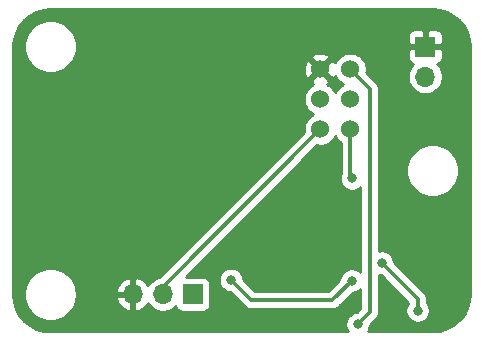
<source format=gbr>
G04 #@! TF.GenerationSoftware,KiCad,Pcbnew,(5.1.5-0)*
G04 #@! TF.CreationDate,2020-01-15T14:05:34-05:00*
G04 #@! TF.ProjectId,lever,6c657665-722e-46b6-9963-61645f706362,1.0*
G04 #@! TF.SameCoordinates,Original*
G04 #@! TF.FileFunction,Copper,L2,Bot*
G04 #@! TF.FilePolarity,Positive*
%FSLAX46Y46*%
G04 Gerber Fmt 4.6, Leading zero omitted, Abs format (unit mm)*
G04 Created by KiCad (PCBNEW (5.1.5-0)) date 2020-01-15 14:05:34*
%MOMM*%
%LPD*%
G04 APERTURE LIST*
%ADD10C,1.524000*%
%ADD11O,1.700000X1.700000*%
%ADD12R,1.700000X1.700000*%
%ADD13C,0.800000*%
%ADD14C,0.304800*%
%ADD15C,0.254000*%
G04 APERTURE END LIST*
D10*
X126365000Y-80645000D03*
X123825000Y-80645000D03*
X126365000Y-78105000D03*
X123825000Y-78105000D03*
X126365000Y-75565000D03*
X123825000Y-75565000D03*
D11*
X107950000Y-94615000D03*
X110490000Y-94615000D03*
D12*
X113030000Y-94615000D03*
D11*
X132715000Y-76200000D03*
D12*
X132715000Y-73660000D03*
D13*
X126516035Y-84811965D03*
X127000000Y-97155000D03*
X121602500Y-93916500D03*
X119888000Y-90424000D03*
X115316000Y-83820000D03*
X126492000Y-93472000D03*
X116268500Y-93408500D03*
X129032000Y-91948000D03*
X132080000Y-96012000D03*
D14*
X126365000Y-84660930D02*
X126516035Y-84811965D01*
X126365000Y-80645000D02*
X126365000Y-84660930D01*
X128016000Y-77216000D02*
X126365000Y-75565000D01*
X128016000Y-96139000D02*
X128016000Y-77216000D01*
X127000000Y-97155000D02*
X128016000Y-96139000D01*
X110490000Y-93980000D02*
X110490000Y-94615000D01*
X123825000Y-80645000D02*
X110490000Y-93980000D01*
X117983000Y-95123000D02*
X116268500Y-93408500D01*
X124841000Y-95123000D02*
X117983000Y-95123000D01*
X126492000Y-93472000D02*
X124841000Y-95123000D01*
X132080000Y-94996000D02*
X132080000Y-96012000D01*
X129032000Y-91948000D02*
X132080000Y-94996000D01*
D15*
G36*
X133961222Y-70573096D02*
G01*
X134549164Y-70750606D01*
X135091436Y-71038937D01*
X135567364Y-71427094D01*
X135958845Y-71900314D01*
X136250951Y-72440552D01*
X136432563Y-73027244D01*
X136500000Y-73668879D01*
X136500001Y-94582711D01*
X136436904Y-95226221D01*
X136259394Y-95814164D01*
X135971063Y-96356436D01*
X135582906Y-96832364D01*
X135109686Y-97223845D01*
X134569449Y-97515950D01*
X133982756Y-97697563D01*
X133341130Y-97765000D01*
X127837195Y-97765000D01*
X127917205Y-97645256D01*
X127995226Y-97456898D01*
X128035000Y-97256939D01*
X128035000Y-97233550D01*
X128545429Y-96723122D01*
X128575469Y-96698469D01*
X128653903Y-96602897D01*
X128673866Y-96578573D01*
X128746982Y-96441783D01*
X128764256Y-96384836D01*
X128792006Y-96293357D01*
X128803400Y-96177673D01*
X128803400Y-96177663D01*
X128807208Y-96139000D01*
X128803400Y-96100337D01*
X128803400Y-92957806D01*
X128930061Y-92983000D01*
X128953450Y-92983000D01*
X131292600Y-95322151D01*
X131292600Y-95335689D01*
X131276063Y-95352226D01*
X131162795Y-95521744D01*
X131084774Y-95710102D01*
X131045000Y-95910061D01*
X131045000Y-96113939D01*
X131084774Y-96313898D01*
X131162795Y-96502256D01*
X131276063Y-96671774D01*
X131420226Y-96815937D01*
X131589744Y-96929205D01*
X131778102Y-97007226D01*
X131978061Y-97047000D01*
X132181939Y-97047000D01*
X132381898Y-97007226D01*
X132570256Y-96929205D01*
X132739774Y-96815937D01*
X132883937Y-96671774D01*
X132997205Y-96502256D01*
X133075226Y-96313898D01*
X133115000Y-96113939D01*
X133115000Y-95910061D01*
X133075226Y-95710102D01*
X132997205Y-95521744D01*
X132883937Y-95352226D01*
X132867400Y-95335689D01*
X132867400Y-95034663D01*
X132871208Y-94996000D01*
X132867400Y-94957337D01*
X132867400Y-94957327D01*
X132856006Y-94841643D01*
X132810982Y-94693217D01*
X132786502Y-94647418D01*
X132737866Y-94556427D01*
X132687835Y-94495465D01*
X132639469Y-94436531D01*
X132609429Y-94411878D01*
X130067000Y-91869450D01*
X130067000Y-91846061D01*
X130027226Y-91646102D01*
X129949205Y-91457744D01*
X129835937Y-91288226D01*
X129691774Y-91144063D01*
X129522256Y-91030795D01*
X129333898Y-90952774D01*
X129133939Y-90913000D01*
X128930061Y-90913000D01*
X128803400Y-90938194D01*
X128803400Y-83917372D01*
X131115000Y-83917372D01*
X131115000Y-84357628D01*
X131200890Y-84789425D01*
X131369369Y-85196169D01*
X131613962Y-85562229D01*
X131925271Y-85873538D01*
X132291331Y-86118131D01*
X132698075Y-86286610D01*
X133129872Y-86372500D01*
X133570128Y-86372500D01*
X134001925Y-86286610D01*
X134408669Y-86118131D01*
X134774729Y-85873538D01*
X135086038Y-85562229D01*
X135330631Y-85196169D01*
X135499110Y-84789425D01*
X135585000Y-84357628D01*
X135585000Y-83917372D01*
X135499110Y-83485575D01*
X135330631Y-83078831D01*
X135086038Y-82712771D01*
X134774729Y-82401462D01*
X134408669Y-82156869D01*
X134001925Y-81988390D01*
X133570128Y-81902500D01*
X133129872Y-81902500D01*
X132698075Y-81988390D01*
X132291331Y-82156869D01*
X131925271Y-82401462D01*
X131613962Y-82712771D01*
X131369369Y-83078831D01*
X131200890Y-83485575D01*
X131115000Y-83917372D01*
X128803400Y-83917372D01*
X128803400Y-77254665D01*
X128807208Y-77216000D01*
X128803400Y-77177335D01*
X128803400Y-77177327D01*
X128792006Y-77061643D01*
X128746982Y-76913217D01*
X128673866Y-76776428D01*
X128617709Y-76708000D01*
X128600122Y-76686570D01*
X128600119Y-76686567D01*
X128575469Y-76656531D01*
X128545433Y-76631881D01*
X127737801Y-75824250D01*
X127762000Y-75702592D01*
X127762000Y-75427408D01*
X127708314Y-75157510D01*
X127603005Y-74903273D01*
X127450120Y-74674465D01*
X127285655Y-74510000D01*
X131226928Y-74510000D01*
X131239188Y-74634482D01*
X131275498Y-74754180D01*
X131334463Y-74864494D01*
X131413815Y-74961185D01*
X131510506Y-75040537D01*
X131620820Y-75099502D01*
X131693380Y-75121513D01*
X131561525Y-75253368D01*
X131399010Y-75496589D01*
X131287068Y-75766842D01*
X131230000Y-76053740D01*
X131230000Y-76346260D01*
X131287068Y-76633158D01*
X131399010Y-76903411D01*
X131561525Y-77146632D01*
X131768368Y-77353475D01*
X132011589Y-77515990D01*
X132281842Y-77627932D01*
X132568740Y-77685000D01*
X132861260Y-77685000D01*
X133148158Y-77627932D01*
X133418411Y-77515990D01*
X133661632Y-77353475D01*
X133868475Y-77146632D01*
X134030990Y-76903411D01*
X134142932Y-76633158D01*
X134200000Y-76346260D01*
X134200000Y-76053740D01*
X134142932Y-75766842D01*
X134030990Y-75496589D01*
X133868475Y-75253368D01*
X133736620Y-75121513D01*
X133809180Y-75099502D01*
X133919494Y-75040537D01*
X134016185Y-74961185D01*
X134095537Y-74864494D01*
X134154502Y-74754180D01*
X134190812Y-74634482D01*
X134203072Y-74510000D01*
X134200000Y-73945750D01*
X134041250Y-73787000D01*
X132842000Y-73787000D01*
X132842000Y-73807000D01*
X132588000Y-73807000D01*
X132588000Y-73787000D01*
X131388750Y-73787000D01*
X131230000Y-73945750D01*
X131226928Y-74510000D01*
X127285655Y-74510000D01*
X127255535Y-74479880D01*
X127026727Y-74326995D01*
X126772490Y-74221686D01*
X126502592Y-74168000D01*
X126227408Y-74168000D01*
X125957510Y-74221686D01*
X125703273Y-74326995D01*
X125474465Y-74479880D01*
X125279880Y-74674465D01*
X125126995Y-74903273D01*
X125097308Y-74974943D01*
X125092636Y-74961977D01*
X125030656Y-74846020D01*
X124790565Y-74779040D01*
X124004605Y-75565000D01*
X124790565Y-76350960D01*
X125030656Y-76283980D01*
X125094485Y-76148240D01*
X125126995Y-76226727D01*
X125279880Y-76455535D01*
X125474465Y-76650120D01*
X125703273Y-76803005D01*
X125780515Y-76835000D01*
X125703273Y-76866995D01*
X125474465Y-77019880D01*
X125279880Y-77214465D01*
X125126995Y-77443273D01*
X125095000Y-77520515D01*
X125063005Y-77443273D01*
X124910120Y-77214465D01*
X124715535Y-77019880D01*
X124486727Y-76866995D01*
X124415057Y-76837308D01*
X124428023Y-76832636D01*
X124543980Y-76770656D01*
X124610960Y-76530565D01*
X123825000Y-75744605D01*
X123039040Y-76530565D01*
X123106020Y-76770656D01*
X123241760Y-76834485D01*
X123163273Y-76866995D01*
X122934465Y-77019880D01*
X122739880Y-77214465D01*
X122586995Y-77443273D01*
X122481686Y-77697510D01*
X122428000Y-77967408D01*
X122428000Y-78242592D01*
X122481686Y-78512490D01*
X122586995Y-78766727D01*
X122739880Y-78995535D01*
X122934465Y-79190120D01*
X123163273Y-79343005D01*
X123240515Y-79375000D01*
X123163273Y-79406995D01*
X122934465Y-79559880D01*
X122739880Y-79754465D01*
X122586995Y-79983273D01*
X122481686Y-80237510D01*
X122428000Y-80507408D01*
X122428000Y-80782592D01*
X122452199Y-80904250D01*
X110197326Y-93159124D01*
X110056842Y-93187068D01*
X109786589Y-93299010D01*
X109543368Y-93461525D01*
X109336525Y-93668368D01*
X109214805Y-93850534D01*
X109145178Y-93733645D01*
X108950269Y-93517412D01*
X108716920Y-93343359D01*
X108454099Y-93218175D01*
X108306890Y-93173524D01*
X108077000Y-93294845D01*
X108077000Y-94488000D01*
X108097000Y-94488000D01*
X108097000Y-94742000D01*
X108077000Y-94742000D01*
X108077000Y-95935155D01*
X108306890Y-96056476D01*
X108454099Y-96011825D01*
X108716920Y-95886641D01*
X108950269Y-95712588D01*
X109145178Y-95496355D01*
X109214805Y-95379466D01*
X109336525Y-95561632D01*
X109543368Y-95768475D01*
X109786589Y-95930990D01*
X110056842Y-96042932D01*
X110343740Y-96100000D01*
X110636260Y-96100000D01*
X110923158Y-96042932D01*
X111193411Y-95930990D01*
X111436632Y-95768475D01*
X111568487Y-95636620D01*
X111590498Y-95709180D01*
X111649463Y-95819494D01*
X111728815Y-95916185D01*
X111825506Y-95995537D01*
X111935820Y-96054502D01*
X112055518Y-96090812D01*
X112180000Y-96103072D01*
X113880000Y-96103072D01*
X114004482Y-96090812D01*
X114124180Y-96054502D01*
X114234494Y-95995537D01*
X114331185Y-95916185D01*
X114410537Y-95819494D01*
X114469502Y-95709180D01*
X114505812Y-95589482D01*
X114518072Y-95465000D01*
X114518072Y-93765000D01*
X114505812Y-93640518D01*
X114469502Y-93520820D01*
X114410537Y-93410506D01*
X114331185Y-93313815D01*
X114234494Y-93234463D01*
X114124180Y-93175498D01*
X114004482Y-93139188D01*
X113880000Y-93126928D01*
X112456622Y-93126928D01*
X123565750Y-82017801D01*
X123687408Y-82042000D01*
X123962592Y-82042000D01*
X124232490Y-81988314D01*
X124486727Y-81883005D01*
X124715535Y-81730120D01*
X124910120Y-81535535D01*
X125063005Y-81306727D01*
X125095000Y-81229485D01*
X125126995Y-81306727D01*
X125279880Y-81535535D01*
X125474465Y-81730120D01*
X125577600Y-81799033D01*
X125577601Y-84372960D01*
X125520809Y-84510067D01*
X125481035Y-84710026D01*
X125481035Y-84913904D01*
X125520809Y-85113863D01*
X125598830Y-85302221D01*
X125712098Y-85471739D01*
X125856261Y-85615902D01*
X126025779Y-85729170D01*
X126214137Y-85807191D01*
X126414096Y-85846965D01*
X126617974Y-85846965D01*
X126817933Y-85807191D01*
X127006291Y-85729170D01*
X127175809Y-85615902D01*
X127228601Y-85563110D01*
X127228600Y-92744889D01*
X127151774Y-92668063D01*
X126982256Y-92554795D01*
X126793898Y-92476774D01*
X126593939Y-92437000D01*
X126390061Y-92437000D01*
X126190102Y-92476774D01*
X126001744Y-92554795D01*
X125832226Y-92668063D01*
X125688063Y-92812226D01*
X125574795Y-92981744D01*
X125496774Y-93170102D01*
X125457000Y-93370061D01*
X125457000Y-93393449D01*
X124514850Y-94335600D01*
X118309152Y-94335600D01*
X117303500Y-93329949D01*
X117303500Y-93306561D01*
X117263726Y-93106602D01*
X117185705Y-92918244D01*
X117072437Y-92748726D01*
X116928274Y-92604563D01*
X116758756Y-92491295D01*
X116570398Y-92413274D01*
X116370439Y-92373500D01*
X116166561Y-92373500D01*
X115966602Y-92413274D01*
X115778244Y-92491295D01*
X115608726Y-92604563D01*
X115464563Y-92748726D01*
X115351295Y-92918244D01*
X115273274Y-93106602D01*
X115233500Y-93306561D01*
X115233500Y-93510439D01*
X115273274Y-93710398D01*
X115351295Y-93898756D01*
X115464563Y-94068274D01*
X115608726Y-94212437D01*
X115778244Y-94325705D01*
X115966602Y-94403726D01*
X116166561Y-94443500D01*
X116189949Y-94443500D01*
X117398881Y-95652433D01*
X117423531Y-95682469D01*
X117453567Y-95707119D01*
X117453569Y-95707121D01*
X117460231Y-95712588D01*
X117543428Y-95780866D01*
X117680217Y-95853982D01*
X117828643Y-95899006D01*
X117944327Y-95910400D01*
X117944336Y-95910400D01*
X117982999Y-95914208D01*
X118021662Y-95910400D01*
X124802337Y-95910400D01*
X124841000Y-95914208D01*
X124879663Y-95910400D01*
X124879673Y-95910400D01*
X124995357Y-95899006D01*
X125143783Y-95853982D01*
X125280572Y-95780866D01*
X125400469Y-95682469D01*
X125425127Y-95652423D01*
X126570551Y-94507000D01*
X126593939Y-94507000D01*
X126793898Y-94467226D01*
X126982256Y-94389205D01*
X127151774Y-94275937D01*
X127228600Y-94199111D01*
X127228600Y-95812849D01*
X126921450Y-96120000D01*
X126898061Y-96120000D01*
X126698102Y-96159774D01*
X126509744Y-96237795D01*
X126340226Y-96351063D01*
X126196063Y-96495226D01*
X126082795Y-96664744D01*
X126004774Y-96853102D01*
X125965000Y-97053061D01*
X125965000Y-97256939D01*
X126004774Y-97456898D01*
X126082795Y-97645256D01*
X126162805Y-97765000D01*
X100997279Y-97765000D01*
X100353779Y-97701904D01*
X99765836Y-97524394D01*
X99223564Y-97236063D01*
X98747636Y-96847906D01*
X98356155Y-96374686D01*
X98064050Y-95834449D01*
X97882437Y-95247756D01*
X97815000Y-94606130D01*
X97815000Y-94394872D01*
X98730000Y-94394872D01*
X98730000Y-94835128D01*
X98815890Y-95266925D01*
X98984369Y-95673669D01*
X99228962Y-96039729D01*
X99540271Y-96351038D01*
X99906331Y-96595631D01*
X100313075Y-96764110D01*
X100744872Y-96850000D01*
X101185128Y-96850000D01*
X101616925Y-96764110D01*
X102023669Y-96595631D01*
X102389729Y-96351038D01*
X102701038Y-96039729D01*
X102945631Y-95673669D01*
X103114110Y-95266925D01*
X103172796Y-94971891D01*
X106508519Y-94971891D01*
X106605843Y-95246252D01*
X106754822Y-95496355D01*
X106949731Y-95712588D01*
X107183080Y-95886641D01*
X107445901Y-96011825D01*
X107593110Y-96056476D01*
X107823000Y-95935155D01*
X107823000Y-94742000D01*
X106629186Y-94742000D01*
X106508519Y-94971891D01*
X103172796Y-94971891D01*
X103200000Y-94835128D01*
X103200000Y-94394872D01*
X103172797Y-94258109D01*
X106508519Y-94258109D01*
X106629186Y-94488000D01*
X107823000Y-94488000D01*
X107823000Y-93294845D01*
X107593110Y-93173524D01*
X107445901Y-93218175D01*
X107183080Y-93343359D01*
X106949731Y-93517412D01*
X106754822Y-93733645D01*
X106605843Y-93983748D01*
X106508519Y-94258109D01*
X103172797Y-94258109D01*
X103114110Y-93963075D01*
X102945631Y-93556331D01*
X102701038Y-93190271D01*
X102389729Y-92878962D01*
X102023669Y-92634369D01*
X101616925Y-92465890D01*
X101185128Y-92380000D01*
X100744872Y-92380000D01*
X100313075Y-92465890D01*
X99906331Y-92634369D01*
X99540271Y-92878962D01*
X99228962Y-93190271D01*
X98984369Y-93556331D01*
X98815890Y-93963075D01*
X98730000Y-94394872D01*
X97815000Y-94394872D01*
X97815000Y-73692279D01*
X97839748Y-73439872D01*
X98730000Y-73439872D01*
X98730000Y-73880128D01*
X98815890Y-74311925D01*
X98984369Y-74718669D01*
X99228962Y-75084729D01*
X99540271Y-75396038D01*
X99906331Y-75640631D01*
X100313075Y-75809110D01*
X100744872Y-75895000D01*
X101185128Y-75895000D01*
X101616925Y-75809110D01*
X102023669Y-75640631D01*
X102029077Y-75637017D01*
X122423090Y-75637017D01*
X122464078Y-75909133D01*
X122557364Y-76168023D01*
X122619344Y-76283980D01*
X122859435Y-76350960D01*
X123645395Y-75565000D01*
X122859435Y-74779040D01*
X122619344Y-74846020D01*
X122502244Y-75095048D01*
X122435977Y-75362135D01*
X122423090Y-75637017D01*
X102029077Y-75637017D01*
X102389729Y-75396038D01*
X102701038Y-75084729D01*
X102945631Y-74718669D01*
X102995019Y-74599435D01*
X123039040Y-74599435D01*
X123825000Y-75385395D01*
X124610960Y-74599435D01*
X124543980Y-74359344D01*
X124294952Y-74242244D01*
X124027865Y-74175977D01*
X123752983Y-74163090D01*
X123480867Y-74204078D01*
X123221977Y-74297364D01*
X123106020Y-74359344D01*
X123039040Y-74599435D01*
X102995019Y-74599435D01*
X103114110Y-74311925D01*
X103200000Y-73880128D01*
X103200000Y-73439872D01*
X103114110Y-73008075D01*
X103032065Y-72810000D01*
X131226928Y-72810000D01*
X131230000Y-73374250D01*
X131388750Y-73533000D01*
X132588000Y-73533000D01*
X132588000Y-72333750D01*
X132842000Y-72333750D01*
X132842000Y-73533000D01*
X134041250Y-73533000D01*
X134200000Y-73374250D01*
X134203072Y-72810000D01*
X134190812Y-72685518D01*
X134154502Y-72565820D01*
X134095537Y-72455506D01*
X134016185Y-72358815D01*
X133919494Y-72279463D01*
X133809180Y-72220498D01*
X133689482Y-72184188D01*
X133565000Y-72171928D01*
X133000750Y-72175000D01*
X132842000Y-72333750D01*
X132588000Y-72333750D01*
X132429250Y-72175000D01*
X131865000Y-72171928D01*
X131740518Y-72184188D01*
X131620820Y-72220498D01*
X131510506Y-72279463D01*
X131413815Y-72358815D01*
X131334463Y-72455506D01*
X131275498Y-72565820D01*
X131239188Y-72685518D01*
X131226928Y-72810000D01*
X103032065Y-72810000D01*
X102945631Y-72601331D01*
X102701038Y-72235271D01*
X102389729Y-71923962D01*
X102023669Y-71679369D01*
X101616925Y-71510890D01*
X101185128Y-71425000D01*
X100744872Y-71425000D01*
X100313075Y-71510890D01*
X99906331Y-71679369D01*
X99540271Y-71923962D01*
X99228962Y-72235271D01*
X98984369Y-72601331D01*
X98815890Y-73008075D01*
X98730000Y-73439872D01*
X97839748Y-73439872D01*
X97878096Y-73048778D01*
X98055606Y-72460836D01*
X98343937Y-71918564D01*
X98732094Y-71442636D01*
X99205314Y-71051155D01*
X99745552Y-70759049D01*
X100332244Y-70577437D01*
X100973879Y-70510000D01*
X133317721Y-70510000D01*
X133961222Y-70573096D01*
G37*
X133961222Y-70573096D02*
X134549164Y-70750606D01*
X135091436Y-71038937D01*
X135567364Y-71427094D01*
X135958845Y-71900314D01*
X136250951Y-72440552D01*
X136432563Y-73027244D01*
X136500000Y-73668879D01*
X136500001Y-94582711D01*
X136436904Y-95226221D01*
X136259394Y-95814164D01*
X135971063Y-96356436D01*
X135582906Y-96832364D01*
X135109686Y-97223845D01*
X134569449Y-97515950D01*
X133982756Y-97697563D01*
X133341130Y-97765000D01*
X127837195Y-97765000D01*
X127917205Y-97645256D01*
X127995226Y-97456898D01*
X128035000Y-97256939D01*
X128035000Y-97233550D01*
X128545429Y-96723122D01*
X128575469Y-96698469D01*
X128653903Y-96602897D01*
X128673866Y-96578573D01*
X128746982Y-96441783D01*
X128764256Y-96384836D01*
X128792006Y-96293357D01*
X128803400Y-96177673D01*
X128803400Y-96177663D01*
X128807208Y-96139000D01*
X128803400Y-96100337D01*
X128803400Y-92957806D01*
X128930061Y-92983000D01*
X128953450Y-92983000D01*
X131292600Y-95322151D01*
X131292600Y-95335689D01*
X131276063Y-95352226D01*
X131162795Y-95521744D01*
X131084774Y-95710102D01*
X131045000Y-95910061D01*
X131045000Y-96113939D01*
X131084774Y-96313898D01*
X131162795Y-96502256D01*
X131276063Y-96671774D01*
X131420226Y-96815937D01*
X131589744Y-96929205D01*
X131778102Y-97007226D01*
X131978061Y-97047000D01*
X132181939Y-97047000D01*
X132381898Y-97007226D01*
X132570256Y-96929205D01*
X132739774Y-96815937D01*
X132883937Y-96671774D01*
X132997205Y-96502256D01*
X133075226Y-96313898D01*
X133115000Y-96113939D01*
X133115000Y-95910061D01*
X133075226Y-95710102D01*
X132997205Y-95521744D01*
X132883937Y-95352226D01*
X132867400Y-95335689D01*
X132867400Y-95034663D01*
X132871208Y-94996000D01*
X132867400Y-94957337D01*
X132867400Y-94957327D01*
X132856006Y-94841643D01*
X132810982Y-94693217D01*
X132786502Y-94647418D01*
X132737866Y-94556427D01*
X132687835Y-94495465D01*
X132639469Y-94436531D01*
X132609429Y-94411878D01*
X130067000Y-91869450D01*
X130067000Y-91846061D01*
X130027226Y-91646102D01*
X129949205Y-91457744D01*
X129835937Y-91288226D01*
X129691774Y-91144063D01*
X129522256Y-91030795D01*
X129333898Y-90952774D01*
X129133939Y-90913000D01*
X128930061Y-90913000D01*
X128803400Y-90938194D01*
X128803400Y-83917372D01*
X131115000Y-83917372D01*
X131115000Y-84357628D01*
X131200890Y-84789425D01*
X131369369Y-85196169D01*
X131613962Y-85562229D01*
X131925271Y-85873538D01*
X132291331Y-86118131D01*
X132698075Y-86286610D01*
X133129872Y-86372500D01*
X133570128Y-86372500D01*
X134001925Y-86286610D01*
X134408669Y-86118131D01*
X134774729Y-85873538D01*
X135086038Y-85562229D01*
X135330631Y-85196169D01*
X135499110Y-84789425D01*
X135585000Y-84357628D01*
X135585000Y-83917372D01*
X135499110Y-83485575D01*
X135330631Y-83078831D01*
X135086038Y-82712771D01*
X134774729Y-82401462D01*
X134408669Y-82156869D01*
X134001925Y-81988390D01*
X133570128Y-81902500D01*
X133129872Y-81902500D01*
X132698075Y-81988390D01*
X132291331Y-82156869D01*
X131925271Y-82401462D01*
X131613962Y-82712771D01*
X131369369Y-83078831D01*
X131200890Y-83485575D01*
X131115000Y-83917372D01*
X128803400Y-83917372D01*
X128803400Y-77254665D01*
X128807208Y-77216000D01*
X128803400Y-77177335D01*
X128803400Y-77177327D01*
X128792006Y-77061643D01*
X128746982Y-76913217D01*
X128673866Y-76776428D01*
X128617709Y-76708000D01*
X128600122Y-76686570D01*
X128600119Y-76686567D01*
X128575469Y-76656531D01*
X128545433Y-76631881D01*
X127737801Y-75824250D01*
X127762000Y-75702592D01*
X127762000Y-75427408D01*
X127708314Y-75157510D01*
X127603005Y-74903273D01*
X127450120Y-74674465D01*
X127285655Y-74510000D01*
X131226928Y-74510000D01*
X131239188Y-74634482D01*
X131275498Y-74754180D01*
X131334463Y-74864494D01*
X131413815Y-74961185D01*
X131510506Y-75040537D01*
X131620820Y-75099502D01*
X131693380Y-75121513D01*
X131561525Y-75253368D01*
X131399010Y-75496589D01*
X131287068Y-75766842D01*
X131230000Y-76053740D01*
X131230000Y-76346260D01*
X131287068Y-76633158D01*
X131399010Y-76903411D01*
X131561525Y-77146632D01*
X131768368Y-77353475D01*
X132011589Y-77515990D01*
X132281842Y-77627932D01*
X132568740Y-77685000D01*
X132861260Y-77685000D01*
X133148158Y-77627932D01*
X133418411Y-77515990D01*
X133661632Y-77353475D01*
X133868475Y-77146632D01*
X134030990Y-76903411D01*
X134142932Y-76633158D01*
X134200000Y-76346260D01*
X134200000Y-76053740D01*
X134142932Y-75766842D01*
X134030990Y-75496589D01*
X133868475Y-75253368D01*
X133736620Y-75121513D01*
X133809180Y-75099502D01*
X133919494Y-75040537D01*
X134016185Y-74961185D01*
X134095537Y-74864494D01*
X134154502Y-74754180D01*
X134190812Y-74634482D01*
X134203072Y-74510000D01*
X134200000Y-73945750D01*
X134041250Y-73787000D01*
X132842000Y-73787000D01*
X132842000Y-73807000D01*
X132588000Y-73807000D01*
X132588000Y-73787000D01*
X131388750Y-73787000D01*
X131230000Y-73945750D01*
X131226928Y-74510000D01*
X127285655Y-74510000D01*
X127255535Y-74479880D01*
X127026727Y-74326995D01*
X126772490Y-74221686D01*
X126502592Y-74168000D01*
X126227408Y-74168000D01*
X125957510Y-74221686D01*
X125703273Y-74326995D01*
X125474465Y-74479880D01*
X125279880Y-74674465D01*
X125126995Y-74903273D01*
X125097308Y-74974943D01*
X125092636Y-74961977D01*
X125030656Y-74846020D01*
X124790565Y-74779040D01*
X124004605Y-75565000D01*
X124790565Y-76350960D01*
X125030656Y-76283980D01*
X125094485Y-76148240D01*
X125126995Y-76226727D01*
X125279880Y-76455535D01*
X125474465Y-76650120D01*
X125703273Y-76803005D01*
X125780515Y-76835000D01*
X125703273Y-76866995D01*
X125474465Y-77019880D01*
X125279880Y-77214465D01*
X125126995Y-77443273D01*
X125095000Y-77520515D01*
X125063005Y-77443273D01*
X124910120Y-77214465D01*
X124715535Y-77019880D01*
X124486727Y-76866995D01*
X124415057Y-76837308D01*
X124428023Y-76832636D01*
X124543980Y-76770656D01*
X124610960Y-76530565D01*
X123825000Y-75744605D01*
X123039040Y-76530565D01*
X123106020Y-76770656D01*
X123241760Y-76834485D01*
X123163273Y-76866995D01*
X122934465Y-77019880D01*
X122739880Y-77214465D01*
X122586995Y-77443273D01*
X122481686Y-77697510D01*
X122428000Y-77967408D01*
X122428000Y-78242592D01*
X122481686Y-78512490D01*
X122586995Y-78766727D01*
X122739880Y-78995535D01*
X122934465Y-79190120D01*
X123163273Y-79343005D01*
X123240515Y-79375000D01*
X123163273Y-79406995D01*
X122934465Y-79559880D01*
X122739880Y-79754465D01*
X122586995Y-79983273D01*
X122481686Y-80237510D01*
X122428000Y-80507408D01*
X122428000Y-80782592D01*
X122452199Y-80904250D01*
X110197326Y-93159124D01*
X110056842Y-93187068D01*
X109786589Y-93299010D01*
X109543368Y-93461525D01*
X109336525Y-93668368D01*
X109214805Y-93850534D01*
X109145178Y-93733645D01*
X108950269Y-93517412D01*
X108716920Y-93343359D01*
X108454099Y-93218175D01*
X108306890Y-93173524D01*
X108077000Y-93294845D01*
X108077000Y-94488000D01*
X108097000Y-94488000D01*
X108097000Y-94742000D01*
X108077000Y-94742000D01*
X108077000Y-95935155D01*
X108306890Y-96056476D01*
X108454099Y-96011825D01*
X108716920Y-95886641D01*
X108950269Y-95712588D01*
X109145178Y-95496355D01*
X109214805Y-95379466D01*
X109336525Y-95561632D01*
X109543368Y-95768475D01*
X109786589Y-95930990D01*
X110056842Y-96042932D01*
X110343740Y-96100000D01*
X110636260Y-96100000D01*
X110923158Y-96042932D01*
X111193411Y-95930990D01*
X111436632Y-95768475D01*
X111568487Y-95636620D01*
X111590498Y-95709180D01*
X111649463Y-95819494D01*
X111728815Y-95916185D01*
X111825506Y-95995537D01*
X111935820Y-96054502D01*
X112055518Y-96090812D01*
X112180000Y-96103072D01*
X113880000Y-96103072D01*
X114004482Y-96090812D01*
X114124180Y-96054502D01*
X114234494Y-95995537D01*
X114331185Y-95916185D01*
X114410537Y-95819494D01*
X114469502Y-95709180D01*
X114505812Y-95589482D01*
X114518072Y-95465000D01*
X114518072Y-93765000D01*
X114505812Y-93640518D01*
X114469502Y-93520820D01*
X114410537Y-93410506D01*
X114331185Y-93313815D01*
X114234494Y-93234463D01*
X114124180Y-93175498D01*
X114004482Y-93139188D01*
X113880000Y-93126928D01*
X112456622Y-93126928D01*
X123565750Y-82017801D01*
X123687408Y-82042000D01*
X123962592Y-82042000D01*
X124232490Y-81988314D01*
X124486727Y-81883005D01*
X124715535Y-81730120D01*
X124910120Y-81535535D01*
X125063005Y-81306727D01*
X125095000Y-81229485D01*
X125126995Y-81306727D01*
X125279880Y-81535535D01*
X125474465Y-81730120D01*
X125577600Y-81799033D01*
X125577601Y-84372960D01*
X125520809Y-84510067D01*
X125481035Y-84710026D01*
X125481035Y-84913904D01*
X125520809Y-85113863D01*
X125598830Y-85302221D01*
X125712098Y-85471739D01*
X125856261Y-85615902D01*
X126025779Y-85729170D01*
X126214137Y-85807191D01*
X126414096Y-85846965D01*
X126617974Y-85846965D01*
X126817933Y-85807191D01*
X127006291Y-85729170D01*
X127175809Y-85615902D01*
X127228601Y-85563110D01*
X127228600Y-92744889D01*
X127151774Y-92668063D01*
X126982256Y-92554795D01*
X126793898Y-92476774D01*
X126593939Y-92437000D01*
X126390061Y-92437000D01*
X126190102Y-92476774D01*
X126001744Y-92554795D01*
X125832226Y-92668063D01*
X125688063Y-92812226D01*
X125574795Y-92981744D01*
X125496774Y-93170102D01*
X125457000Y-93370061D01*
X125457000Y-93393449D01*
X124514850Y-94335600D01*
X118309152Y-94335600D01*
X117303500Y-93329949D01*
X117303500Y-93306561D01*
X117263726Y-93106602D01*
X117185705Y-92918244D01*
X117072437Y-92748726D01*
X116928274Y-92604563D01*
X116758756Y-92491295D01*
X116570398Y-92413274D01*
X116370439Y-92373500D01*
X116166561Y-92373500D01*
X115966602Y-92413274D01*
X115778244Y-92491295D01*
X115608726Y-92604563D01*
X115464563Y-92748726D01*
X115351295Y-92918244D01*
X115273274Y-93106602D01*
X115233500Y-93306561D01*
X115233500Y-93510439D01*
X115273274Y-93710398D01*
X115351295Y-93898756D01*
X115464563Y-94068274D01*
X115608726Y-94212437D01*
X115778244Y-94325705D01*
X115966602Y-94403726D01*
X116166561Y-94443500D01*
X116189949Y-94443500D01*
X117398881Y-95652433D01*
X117423531Y-95682469D01*
X117453567Y-95707119D01*
X117453569Y-95707121D01*
X117460231Y-95712588D01*
X117543428Y-95780866D01*
X117680217Y-95853982D01*
X117828643Y-95899006D01*
X117944327Y-95910400D01*
X117944336Y-95910400D01*
X117982999Y-95914208D01*
X118021662Y-95910400D01*
X124802337Y-95910400D01*
X124841000Y-95914208D01*
X124879663Y-95910400D01*
X124879673Y-95910400D01*
X124995357Y-95899006D01*
X125143783Y-95853982D01*
X125280572Y-95780866D01*
X125400469Y-95682469D01*
X125425127Y-95652423D01*
X126570551Y-94507000D01*
X126593939Y-94507000D01*
X126793898Y-94467226D01*
X126982256Y-94389205D01*
X127151774Y-94275937D01*
X127228600Y-94199111D01*
X127228600Y-95812849D01*
X126921450Y-96120000D01*
X126898061Y-96120000D01*
X126698102Y-96159774D01*
X126509744Y-96237795D01*
X126340226Y-96351063D01*
X126196063Y-96495226D01*
X126082795Y-96664744D01*
X126004774Y-96853102D01*
X125965000Y-97053061D01*
X125965000Y-97256939D01*
X126004774Y-97456898D01*
X126082795Y-97645256D01*
X126162805Y-97765000D01*
X100997279Y-97765000D01*
X100353779Y-97701904D01*
X99765836Y-97524394D01*
X99223564Y-97236063D01*
X98747636Y-96847906D01*
X98356155Y-96374686D01*
X98064050Y-95834449D01*
X97882437Y-95247756D01*
X97815000Y-94606130D01*
X97815000Y-94394872D01*
X98730000Y-94394872D01*
X98730000Y-94835128D01*
X98815890Y-95266925D01*
X98984369Y-95673669D01*
X99228962Y-96039729D01*
X99540271Y-96351038D01*
X99906331Y-96595631D01*
X100313075Y-96764110D01*
X100744872Y-96850000D01*
X101185128Y-96850000D01*
X101616925Y-96764110D01*
X102023669Y-96595631D01*
X102389729Y-96351038D01*
X102701038Y-96039729D01*
X102945631Y-95673669D01*
X103114110Y-95266925D01*
X103172796Y-94971891D01*
X106508519Y-94971891D01*
X106605843Y-95246252D01*
X106754822Y-95496355D01*
X106949731Y-95712588D01*
X107183080Y-95886641D01*
X107445901Y-96011825D01*
X107593110Y-96056476D01*
X107823000Y-95935155D01*
X107823000Y-94742000D01*
X106629186Y-94742000D01*
X106508519Y-94971891D01*
X103172796Y-94971891D01*
X103200000Y-94835128D01*
X103200000Y-94394872D01*
X103172797Y-94258109D01*
X106508519Y-94258109D01*
X106629186Y-94488000D01*
X107823000Y-94488000D01*
X107823000Y-93294845D01*
X107593110Y-93173524D01*
X107445901Y-93218175D01*
X107183080Y-93343359D01*
X106949731Y-93517412D01*
X106754822Y-93733645D01*
X106605843Y-93983748D01*
X106508519Y-94258109D01*
X103172797Y-94258109D01*
X103114110Y-93963075D01*
X102945631Y-93556331D01*
X102701038Y-93190271D01*
X102389729Y-92878962D01*
X102023669Y-92634369D01*
X101616925Y-92465890D01*
X101185128Y-92380000D01*
X100744872Y-92380000D01*
X100313075Y-92465890D01*
X99906331Y-92634369D01*
X99540271Y-92878962D01*
X99228962Y-93190271D01*
X98984369Y-93556331D01*
X98815890Y-93963075D01*
X98730000Y-94394872D01*
X97815000Y-94394872D01*
X97815000Y-73692279D01*
X97839748Y-73439872D01*
X98730000Y-73439872D01*
X98730000Y-73880128D01*
X98815890Y-74311925D01*
X98984369Y-74718669D01*
X99228962Y-75084729D01*
X99540271Y-75396038D01*
X99906331Y-75640631D01*
X100313075Y-75809110D01*
X100744872Y-75895000D01*
X101185128Y-75895000D01*
X101616925Y-75809110D01*
X102023669Y-75640631D01*
X102029077Y-75637017D01*
X122423090Y-75637017D01*
X122464078Y-75909133D01*
X122557364Y-76168023D01*
X122619344Y-76283980D01*
X122859435Y-76350960D01*
X123645395Y-75565000D01*
X122859435Y-74779040D01*
X122619344Y-74846020D01*
X122502244Y-75095048D01*
X122435977Y-75362135D01*
X122423090Y-75637017D01*
X102029077Y-75637017D01*
X102389729Y-75396038D01*
X102701038Y-75084729D01*
X102945631Y-74718669D01*
X102995019Y-74599435D01*
X123039040Y-74599435D01*
X123825000Y-75385395D01*
X124610960Y-74599435D01*
X124543980Y-74359344D01*
X124294952Y-74242244D01*
X124027865Y-74175977D01*
X123752983Y-74163090D01*
X123480867Y-74204078D01*
X123221977Y-74297364D01*
X123106020Y-74359344D01*
X123039040Y-74599435D01*
X102995019Y-74599435D01*
X103114110Y-74311925D01*
X103200000Y-73880128D01*
X103200000Y-73439872D01*
X103114110Y-73008075D01*
X103032065Y-72810000D01*
X131226928Y-72810000D01*
X131230000Y-73374250D01*
X131388750Y-73533000D01*
X132588000Y-73533000D01*
X132588000Y-72333750D01*
X132842000Y-72333750D01*
X132842000Y-73533000D01*
X134041250Y-73533000D01*
X134200000Y-73374250D01*
X134203072Y-72810000D01*
X134190812Y-72685518D01*
X134154502Y-72565820D01*
X134095537Y-72455506D01*
X134016185Y-72358815D01*
X133919494Y-72279463D01*
X133809180Y-72220498D01*
X133689482Y-72184188D01*
X133565000Y-72171928D01*
X133000750Y-72175000D01*
X132842000Y-72333750D01*
X132588000Y-72333750D01*
X132429250Y-72175000D01*
X131865000Y-72171928D01*
X131740518Y-72184188D01*
X131620820Y-72220498D01*
X131510506Y-72279463D01*
X131413815Y-72358815D01*
X131334463Y-72455506D01*
X131275498Y-72565820D01*
X131239188Y-72685518D01*
X131226928Y-72810000D01*
X103032065Y-72810000D01*
X102945631Y-72601331D01*
X102701038Y-72235271D01*
X102389729Y-71923962D01*
X102023669Y-71679369D01*
X101616925Y-71510890D01*
X101185128Y-71425000D01*
X100744872Y-71425000D01*
X100313075Y-71510890D01*
X99906331Y-71679369D01*
X99540271Y-71923962D01*
X99228962Y-72235271D01*
X98984369Y-72601331D01*
X98815890Y-73008075D01*
X98730000Y-73439872D01*
X97839748Y-73439872D01*
X97878096Y-73048778D01*
X98055606Y-72460836D01*
X98343937Y-71918564D01*
X98732094Y-71442636D01*
X99205314Y-71051155D01*
X99745552Y-70759049D01*
X100332244Y-70577437D01*
X100973879Y-70510000D01*
X133317721Y-70510000D01*
X133961222Y-70573096D01*
M02*

</source>
